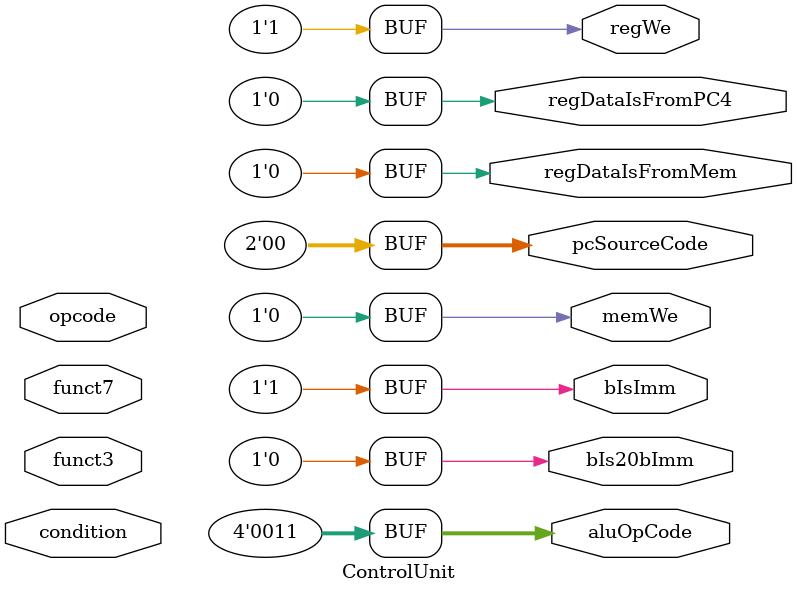
<source format=v>
module CPU(
    input clk,
    input rst,
    output [31:0] pcAddr,    //pc指示当前地址
    input [31:32] insData    //从rom中获取的指令
    );
    //声明wire总线，用来连接各个模块
    wire [31:0] curraddr, addr4, rdata1, rdata2, a, b, f, mdata, imm12_exp, imm20_exp;
    wire [4:0] rs1, rs2, rd;
    wire [6:0] opcode;
    wire [2:0] func;
    wire [1:0] pcsource;
    wire dis, con, rwe, mwe, isimm, isfpc, isfm, ispc4, isimm20;
    wire [11:0] imm12;
    wire [19:0] imm20;
    wire [3:0] aluop;
    reg [31:0] rwdata; // 声明为reg可以在always块中赋值
    reg [31:0] nextaddr; // 声明为reg类型

    // 实例化PC
    PC mypc(
        .rst(rst),
        .clk(clk),
        .nextaddr(nextaddr),
        .addr(curraddr)
    ); 
    assign pcAddr = curraddr;
    assign addr4 = curraddr + 4;

    // 实例化ID
    ID myid(
        .ins(insData),
        .rs1(rs1),
        .rs2(rs2),
        .rd(rd),
        .opcode(opcode),
        .funct3(func),
        .funct7(dis),
        .imm12(imm12),
        .imm20(imm20)
    );

    // 实例化控制单元
    ControlUnit mycu(
        .opcode(opcode),
        .funct3(func),
        .funct7(dis),
        .condition(con),
        .pcSourceCode(pcsource),
        .regWe(rwe),
        .memWe(mwe),
        .aluOpCode(aluop),
        .bIsImm(isimm),
        .bIs20bImm(isimm20),
        .regDataIsFromMem(isfm),
        .regDataIsFromPC4(ispc4)
    );

    // 实例化寄存器堆
    RegFile myrf(
        .raddr1(rs1),
        .rdata1(rdata1),
        .raddr2(rs2),
        .rdata2(rdata2),
        .waddr(rd),
        .wdata(rwdata),
        .we(rwe),
        .clk(clk)
    );

    // 实例化ALU
    assign a = rdata1;
    assign imm12_exp = {{20{imm12[11]}}, imm12};
    assign imm20_exp = {{12{imm20[19]}}, imm20};
    assign b = isimm ? (isimm20 ? imm20_exp : imm12_exp) : rdata2;

    ALU myalu(
        .dataA(a),
        .dataB(b),
        .opcode(aluop),
        .result(f),
        .con(con)
    );

    // 实例化DataRAM
    DataRAM myram(
        .addr(f[7:2]),
        .mdata(mdata),
        .wdata(rdata2),
        .we(mwe),
        .clk(clk)
    );

    // rwdata 选择逻辑
    always @(*) begin
        if (isfm) begin
            rwdata = mdata;
        end else if (ispc4) begin
            rwdata = addr4;
        end else begin
            rwdata = f;
        end
    end

    // 计算下条指令地址
    always @(*) begin
        if (pcsource[1]) begin
            if (pcsource[0]) begin
                nextaddr = {f[31:1], 1'b0};
            end else begin
                nextaddr = f + curraddr;
            end
        end else begin
            if (pcsource[0]) begin
                nextaddr = (imm12_exp << 1) + curraddr;
            end else begin
                nextaddr = addr4;
            end
        end
    end
endmodule


module ALU(
    input [31:0] dataA,
    input [31:0] dataB,
    input [3:0] opcode,
    output reg [31:0] result,
    output con
);
    always @(*) begin
        case(opcode)
                       //opcode=0000
        //add,加法
        //addi, 立即数就用dataB，在其他设备上进行逻辑选择（使用寄存器还是立即数）
        //sw  存字，加法模拟，实际上是基址+偏移地址
        //lw 基址+偏移地址
        4'b0000:result=dataA+dataB;
        
        //opcode=0001,
        //and按位与
        //andi 按位与立即数
        4'b0001:result=dataA&dataB;
        
        //0010,
        //or按位或
        //ori 按位或立即数
        4'b0010:result=dataA|dataB;
        
        //0011,
        //xor按位异或
        //xori 按位异或立即数
        4'b0011:result=dataA^dataB;
        
        //0100,
        //sll逻辑左移
        //slli, 逻辑左移立即数
        4'b0100:result=dataA<<dataB[4:0]; //低5位有效
        
        //0101
        //srl逻辑右移
        //srli 逻辑右移立即数
        4'b0101:result=dataA>>dataB[4:0];
        
        //0110,
        //sra算术右移
        //srai, 算术右移立即数
        4'b0110:result=$signed(dataA)>>>dataB[4:0];  //应当把dataA当作有符号数来处理
        
        //0111，sub减法
        4'b0111:result=dataA-dataB;
        
        //1000,beg相等
        4'b1000:result=(dataA==dataB)? 1:0;
        
        //1001,blt 小于（有符号）
        4'b1001:result=($signed(dataA)<$signed(dataB))?1:0; 

        //1010,jal 在ALU里无操作
        4'b1010:result=32'b0;
        
        //1011,lui 加载高立即数   （20位立即数左移12位至高位）
        4'b1011:result=dataB<<12;   // 注意是10进制含义下的12

        //1100,bltu 无符号数小于比较
        4'b1100:result=(dataA<dataB)?1:0;
                
        default: result=32'b0;  
        endcase
    end
    assign con = (|result);
endmodule

// 数据RAM模块
module DataRAM(
    input [5:0] addr,
    output [31:0] mdata,
    input [31:0] wdata,
    input we,
    input clk
);
    reg [31:0] mem[0:63];
    assign mdata = mem[addr];
    always @(posedge clk)
        if (we)
            mem[addr] <= wdata;
endmodule

// 指令ROM模块
module InsROM(
    input [5:0] addr,
    output [31:0] ins
);
    reg [31:0] ins_rom[63:0];
    initial $readmemh("D:/OneDrive/rom12.txt", ins_rom);  // 预加载汇编指令的机器码
    assign ins = ins_rom[addr];
endmodule

// 程序计数器模块
module PC(
    input clk,
    input rst,
    input [31:0] nextaddr,
    output reg [31:0] curraddr
);
    always @(posedge clk)
        if (rst)
            curraddr <= 32'h00400000;
        else
            curraddr <= nextaddr;
endmodule

// 寄存器文件模块
module RegFile(
    input [4:0] raddr1,
    input [4:0] raddr2,
    output [31:0] rdata1,
    output [31:0] rdata2,
    input [4:0] waddr,
    input [31:0] wdata,
    input we,
    input clk,
    output [31:0] x2  // 新增输出端口
);
    reg [31:0] regs[1:31];
    assign rdata1 = (raddr1 == 5'b0) ? 32'b0 : regs[raddr1];
    assign rdata2 = (raddr2 == 5'b0) ? 32'b0 : regs[raddr2];
    assign x2 = regs[2];  // 输出regs[2]的值
    always @(posedge clk)
        if (we && (waddr != 5'b0))
            regs[waddr] <= wdata;
endmodule


// 时钟分频模块
module clkdiv(
    input clk,
    output newclk
);
    reg [15:0] data = 16'b0;
    always @(posedge clk)
        data <= data + 1'b1;
    assign newclk = data[15];
endmodule

// 数码管显示模块
module segment(
    input [31:0] data,
    input clk,
    output reg [6:0] a2g,
    output reg [7:0] an
);
    reg [2:0] status = 3'b000;
    reg [3:0] digit;
    always @(posedge clk)
        status <= status + 1'b1;
    
    always @(*) begin
        case(status)
            3'b000: begin digit = data[31:28]; an = 8'b01111111; end
            3'b001: begin digit = data[27:24]; an = 8'b10111111; end
            3'b010: begin digit = data[23:20]; an = 8'b11011111; end
            3'b011: begin digit = data[19:16]; an = 8'b11101111; end
            3'b100: begin digit = data[15:12]; an = 8'b11110111; end
            3'b101: begin digit = data[11:8];  an = 8'b11111011; end
            3'b110: begin digit = data[7:4];   an = 8'b11111101; end
            3'b111: begin digit = data[3:0];   an = 8'b11111110; end
            default: begin digit = data[31:28]; an = 8'b11111111; end
        endcase
    end
    
    always @(*) begin
        case(digit)
            4'h0: a2g = ~7'b1111110;
            4'h1: a2g = ~7'b0110000;
            4'h2: a2g = ~7'b1101101;
            4'h3: a2g = ~7'b1111001;
            4'h4: a2g = ~7'b0110011;
            4'h5: a2g = ~7'b1011011;
            4'h6: a2g = ~7'b1011111;
            4'h7: a2g = ~7'b1110000;
            4'h8: a2g = ~7'b1111111;
            4'h9: a2g = ~7'b1111011;
            4'ha: a2g = ~7'b1110111;
            4'hb: a2g = ~7'b0011111;
            4'hc: a2g = ~7'b1001110;
            4'hd: a2g = ~7'b0111101;
            4'he: a2g = ~7'b1001111;
            4'hf: a2g = ~7'b1000111;
            default: a2g = 7'b0000000;
        endcase
    end
endmodule

//解码器模块
module ID(
      input  [31:0] ins,
      output [4:0] rs1,
      output [4:0] rs2,
      output [4:0] rd,
      output [6:0] opcode,
      output [11:0] imm12,
      output [2:0] funct3,
      output [19:0] imm20,
      output funct7   //指令第三十位，区分码
    );
    assign opcode=ins[6:0];
    assign rd=ins[11:7];
    assign funct3=ins[14:12];
    assign rs1=ins[19:15];
    assign rs2=ins[24:20];
    assign funct7=ins[30];
    
    wire I_type,S_type,B_type,J_type,U_type;
    //00x0011 I类
    assign I_type=~ins[6]&~ins[5]&~ins[3]&~ins[2]&ins[1]&ins[0];
    //1100011 B类
    //assign B_type=ins[6]&ins[5]&~ins[3]&~ins[2]&ins[1]&ins[0];//可以试下这样写对吗
    assign B_type=(&ins[6:5])&~(|ins[4:2])&(&ins[1:0]);
    //0100011 S类
    assign S_type=~ins[6]&ins[5]&~(|ins[4:2])&(&ins[1:0]);
    //0x10111 U类
    assign U_type=~ins[6]&ins[4]&~ins[3]&(&ins[2:0]);
    //1101111 J类
    assign J_type=(&ins[6:5])&~ins[4]&(&ins[3:0]);

    assign imm12={12{I_type}}&ins[31:20]|
                 {12{B_type}}&{ins[31],ins[7],ins[30:25],ins[11:8]}|
                 {12{S_type}}&{ins[31:25],ins[11:7]};
    assign imm20={20{U_type}}&ins[31:12]|{20{J_type}}&{ins[31],ins[19:12],ins[20],ins[30:21]};         
endmodule


//控制单元模块
module ControlUnit(
    input [6:0] opcode,
    input [2:0] funct3,
    input funct7,
    input condition,            //是否满足B类指令的跳转条件 =1  满足
    output  [1:0]pcSourceCode,  //下一条指令地址来源方式   =00 顺序执行   =01 有条件跳转   =10  jal    =11  jalr
    output  regWe,         //寄存器写使能端   =1
    output  memWe,         //RAM写使能端      =1
    output  [3:0] aluOpCode,//ALU运算类型
    output  bIsImm,      //b是否是立即数
    output  bIs20bImm,       //b是否是20位的立即数
    output  regDataIsFromMem,       //rwdata是否来源于mem
    output  regDataIsFromPC4       //rwdata是否来源于pc+4
    );
    wire i_type=~(|opcode[6:5])&opcode[4]&~(|opcode[3:2])&(&opcode[1:0]);
    
    assign pcSourceCode=2'b00;
    assign regWe=1'b1;
    assign memWe=1'b0;
    assign bIsImm=1'b1;
    assign bIs20bImm=1'b0;
    assign regDataIsFromMem=1'b0;
    assign regDataIsFromPC4=1'b0;
    assign aluOpCode=4'b0011;
           
    
endmodule
</source>
